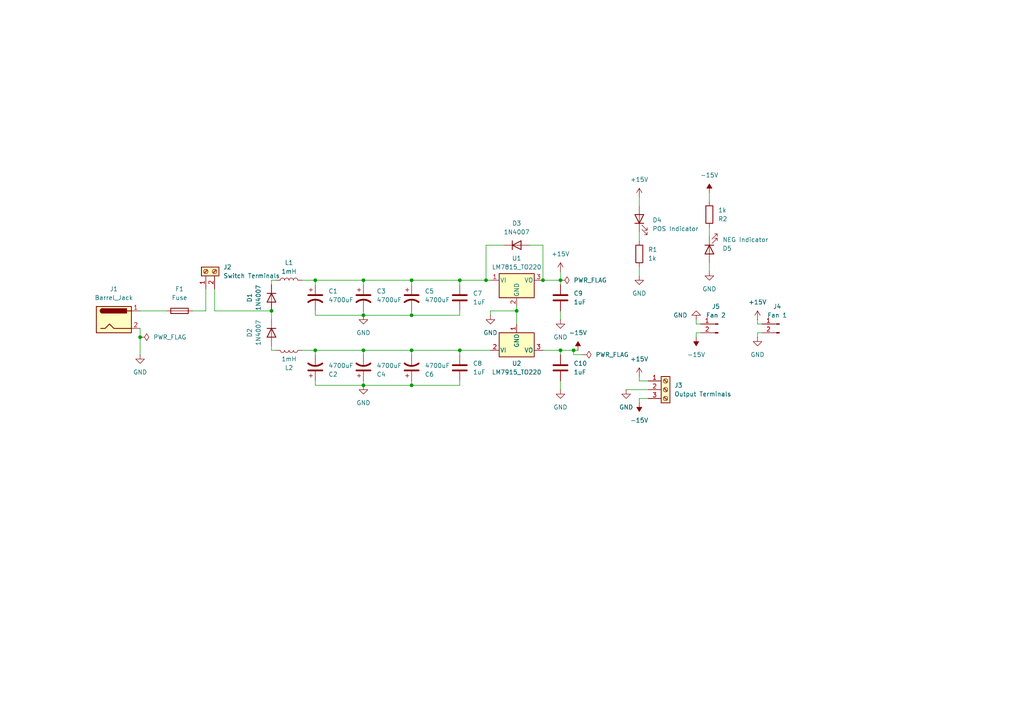
<source format=kicad_sch>
(kicad_sch (version 20250114) (generator "eeschema") (generator_version "9.0")
  (paper "A4")
  (lib_symbols
    (symbol "Connector:Barrel_Jack" (pin_names (offset 1.016))
      (property "Reference" "J" (at 0 5.334 0))
      (property "Value" "Barrel_Jack" (at 0 -5.08 0))
      (symbol "Barrel_Jack_0_1"
        (rectangle (start -5.08 3.81) (end 5.08 -3.81) (stroke (width 0.254)) (fill (type background)))
        (polyline (pts (xy -3.81 -2.54) (xy -2.54 -2.54) (xy -1.27 -1.27) (xy 0 -2.54) (xy 2.54 -2.54) (xy 5.08 -2.54)) (stroke (width 0.254)))
        (arc (start -3.302 1.905) (mid -3.9343 2.54) (end -3.302 3.175) (stroke (width 0.254)))
        (arc (start -3.302 1.905) (mid -3.9343 2.54) (end -3.302 3.175) (stroke (width 0.254)) (fill (type outline)))
        (rectangle (start 3.683 3.175) (end -3.302 1.905) (stroke (width 0.254)) (fill (type outline)))
        (polyline (pts (xy 5.08 2.54) (xy 3.81 2.54)) (stroke (width 0.254)))
      )
      (symbol "Barrel_Jack_1_1"
        (pin passive line (at 7.62 2.54 180) (length 2.54) (name "~") (number "1"))
        (pin passive line (at 7.62 -2.54 180) (length 2.54) (name "~") (number "2"))
      )
    )
    (symbol "Connector:Conn_01x02_Pin" (pin_names (offset 1.016) (hide yes))
      (property "Reference" "J" (at 0 2.54 0))
      (property "Value" "Conn_01x02_Pin" (at 0 -5.08 0))
      (symbol "Conn_01x02_Pin_1_1"
        (rectangle (start 0.8636 0.127) (end 0 -0.127) (stroke (width 0.1524)) (fill (type outline)))
        (rectangle (start 0.8636 -2.413) (end 0 -2.667) (stroke (width 0.1524)) (fill (type outline)))
        (polyline (pts (xy 1.27 0) (xy 0.8636 0)) (stroke (width 0.1524)))
        (polyline (pts (xy 1.27 -2.54) (xy 0.8636 -2.54)) (stroke (width 0.1524)))
        (pin passive line (at 5.08 0 180) (length 3.81) (name "Pin_1") (number "1"))
        (pin passive line (at 5.08 -2.54 180) (length 3.81) (name "Pin_2") (number "2"))
      )
    )
    (symbol "Connector:Screw_Terminal_01x02" (pin_names (offset 1.016) (hide yes))
      (property "Reference" "J" (at 0 2.54 0))
      (property "Value" "Screw_Terminal_01x02" (at 0 -5.08 0))
      (symbol "Screw_Terminal_01x02_1_1"
        (rectangle (start -1.27 1.27) (end 1.27 -3.81) (stroke (width 0.254)) (fill (type background)))
        (polyline (pts (xy -0.5334 0.3302) (xy 0.3302 -0.508)) (stroke (width 0.1524)))
        (polyline (pts (xy -0.5334 -2.2098) (xy 0.3302 -3.048)) (stroke (width 0.1524)))
        (polyline (pts (xy -0.3556 0.508) (xy 0.508 -0.3302)) (stroke (width 0.1524)))
        (polyline (pts (xy -0.3556 -2.032) (xy 0.508 -2.8702)) (stroke (width 0.1524)))
        (circle (center 0 0) (radius 0.635) (stroke (width 0.1524)))
        (circle (center 0 -2.54) (radius 0.635) (stroke (width 0.1524)))
        (pin passive line (at -5.08 0 0) (length 3.81) (name "Pin_1") (number "1"))
        (pin passive line (at -5.08 -2.54 0) (length 3.81) (name "Pin_2") (number "2"))
      )
    )
    (symbol "Connector:Screw_Terminal_01x03" (pin_names (offset 1.016) (hide yes))
      (property "Reference" "J" (at 0 5.08 0))
      (property "Value" "Screw_Terminal_01x03" (at 0 -5.08 0))
      (symbol "Screw_Terminal_01x03_1_1"
        (rectangle (start -1.27 3.81) (end 1.27 -3.81) (stroke (width 0.254)) (fill (type background)))
        (polyline (pts (xy -0.5334 2.8702) (xy 0.3302 2.032)) (stroke (width 0.1524)))
        (polyline (pts (xy -0.5334 0.3302) (xy 0.3302 -0.508)) (stroke (width 0.1524)))
        (polyline (pts (xy -0.5334 -2.2098) (xy 0.3302 -3.048)) (stroke (width 0.1524)))
        (polyline (pts (xy -0.3556 3.048) (xy 0.508 2.2098)) (stroke (width 0.1524)))
        (polyline (pts (xy -0.3556 0.508) (xy 0.508 -0.3302)) (stroke (width 0.1524)))
        (polyline (pts (xy -0.3556 -2.032) (xy 0.508 -2.8702)) (stroke (width 0.1524)))
        (circle (center 0 2.54) (radius 0.635) (stroke (width 0.1524)))
        (circle (center 0 0) (radius 0.635) (stroke (width 0.1524)))
        (circle (center 0 -2.54) (radius 0.635) (stroke (width 0.1524)))
        (pin passive line (at -5.08 2.54 0) (length 3.81) (name "Pin_1") (number "1"))
        (pin passive line (at -5.08 0 0) (length 3.81) (name "Pin_2") (number "2"))
        (pin passive line (at -5.08 -2.54 0) (length 3.81) (name "Pin_3") (number "3"))
      )
    )
    (symbol "Device:C" (pin_numbers (hide yes)) (pin_names (offset 0.254))
      (property "Reference" "C" (at 0.635 2.54 0))
      (property "Value" "C" (at 0.635 -2.54 0))
      (symbol "C_0_1"
        (polyline (pts (xy -2.032 0.762) (xy 2.032 0.762)) (stroke (width 0.508)))
        (polyline (pts (xy -2.032 -0.762) (xy 2.032 -0.762)) (stroke (width 0.508)))
      )
      (symbol "C_1_1"
        (pin passive line (at 0 3.81 270) (length 2.794) (name "~") (number "1"))
        (pin passive line (at 0 -3.81 90) (length 2.794) (name "~") (number "2"))
      )
    )
    (symbol "Device:C_Polarized_US" (pin_numbers (hide yes)) (pin_names (offset 0.254) (hide yes))
      (property "Reference" "C" (at 0.635 2.54 0))
      (property "Value" "C_Polarized_US" (at 0.635 -2.54 0))
      (symbol "C_Polarized_US_0_1"
        (polyline (pts (xy -2.032 0.762) (xy 2.032 0.762)) (stroke (width 0.508)))
        (polyline (pts (xy -1.778 2.286) (xy -0.762 2.286)))
        (polyline (pts (xy -1.27 1.778) (xy -1.27 2.794)))
        (arc (start -2.032 -1.27) (mid 0 -0.5572) (end 2.032 -1.27) (stroke (width 0.508)))
      )
      (symbol "C_Polarized_US_1_1"
        (pin passive line (at 0 3.81 270) (length 2.794) (name "~") (number "1"))
        (pin passive line (at 0 -3.81 90) (length 3.302) (name "~") (number "2"))
      )
    )
    (symbol "Device:Fuse" (pin_numbers (hide yes)) (pin_names (offset 0))
      (property "Reference" "F" (at 2.032 0 90))
      (property "Value" "Fuse" (at -1.905 0 90))
      (symbol "Fuse_0_1"
        (rectangle (start -0.762 -2.54) (end 0.762 2.54) (stroke (width 0.254)))
        (polyline (pts (xy 0 2.54) (xy 0 -2.54)))
      )
      (symbol "Fuse_1_1"
        (pin passive line (at 0 3.81 270) (length 1.27) (name "~") (number "1"))
        (pin passive line (at 0 -3.81 90) (length 1.27) (name "~") (number "2"))
      )
    )
    (symbol "Device:L" (pin_numbers (hide yes)) (pin_names (offset 1.016) (hide yes))
      (property "Reference" "L" (at -1.27 0 90))
      (property "Value" "L" (at 1.905 0 90))
      (symbol "L_0_1"
        (arc (start 0 2.54) (mid 0.6323 1.905) (end 0 1.27))
        (arc (start 0 1.27) (mid 0.6323 0.635) (end 0 0))
        (arc (start 0 0) (mid 0.6323 -0.635) (end 0 -1.27))
        (arc (start 0 -1.27) (mid 0.6323 -1.905) (end 0 -2.54))
      )
      (symbol "L_1_1"
        (pin passive line (at 0 3.81 270) (length 1.27) (name "1") (number "1"))
        (pin passive line (at 0 -3.81 90) (length 1.27) (name "2") (number "2"))
      )
    )
    (symbol "Device:LED" (pin_numbers (hide yes)) (pin_names (offset 1.016) (hide yes))
      (property "Reference" "D" (at 0 2.54 0))
      (property "Value" "LED" (at 0 -2.54 0))
      (symbol "LED_0_1"
        (polyline (pts (xy -3.048 -0.762) (xy -4.572 -2.286) (xy -3.81 -2.286) (xy -4.572 -2.286) (xy -4.572 -1.524)))
        (polyline (pts (xy -1.778 -0.762) (xy -3.302 -2.286) (xy -2.54 -2.286) (xy -3.302 -2.286) (xy -3.302 -1.524)))
        (polyline (pts (xy -1.27 0) (xy 1.27 0)))
        (polyline (pts (xy -1.27 -1.27) (xy -1.27 1.27)) (stroke (width 0.254)))
        (polyline (pts (xy 1.27 -1.27) (xy 1.27 1.27) (xy -1.27 0) (xy 1.27 -1.27)) (stroke (width 0.254)))
      )
      (symbol "LED_1_1"
        (pin passive line (at -3.81 0 0) (length 2.54) (name "K") (number "1"))
        (pin passive line (at 3.81 0 180) (length 2.54) (name "A") (number "2"))
      )
    )
    (symbol "Device:R" (pin_numbers (hide yes)) (pin_names (offset 0))
      (property "Reference" "R" (at 2.032 0 90))
      (property "Value" "R" (at 0 0 90))
      (symbol "R_0_1"
        (rectangle (start -1.016 -2.54) (end 1.016 2.54) (stroke (width 0.254)))
      )
      (symbol "R_1_1"
        (pin passive line (at 0 3.81 270) (length 1.27) (name "~") (number "1"))
        (pin passive line (at 0 -3.81 90) (length 1.27) (name "~") (number "2"))
      )
    )
    (symbol "Diode:1N4007" (pin_numbers (hide yes)) (pin_names (hide yes))
      (property "Reference" "D" (at 0 2.54 0))
      (property "Value" "1N4007" (at 0 -2.54 0))
      (symbol "1N4007_0_1"
        (polyline (pts (xy -1.27 1.27) (xy -1.27 -1.27)) (stroke (width 0.254)))
        (polyline (pts (xy 1.27 1.27) (xy 1.27 -1.27) (xy -1.27 0) (xy 1.27 1.27)) (stroke (width 0.254)))
        (polyline (pts (xy 1.27 0) (xy -1.27 0)))
      )
      (symbol "1N4007_1_1"
        (pin passive line (at -3.81 0 0) (length 2.54) (name "K") (number "1"))
        (pin passive line (at 3.81 0 180) (length 2.54) (name "A") (number "2"))
      )
    )
    (symbol "Regulator_Linear:LM7815_TO220" (pin_names (offset 0.254))
      (property "Reference" "U" (at -3.81 3.175 0))
      (property "Value" "LM7815_TO220" (at 0 3.175 0))
      (symbol "LM7815_TO220_0_1"
        (rectangle (start -5.08 1.905) (end 5.08 -5.08) (stroke (width 0.254)) (fill (type background)))
      )
      (symbol "LM7815_TO220_1_1"
        (pin power_in line (at -7.62 0 0) (length 2.54) (name "VI") (number "1"))
        (pin power_in line (at 0 -7.62 90) (length 2.54) (name "GND") (number "2"))
        (pin power_out line (at 7.62 0 180) (length 2.54) (name "VO") (number "3"))
      )
    )
    (symbol "Regulator_Linear:LM7915_TO220" (pin_names (offset 0.254))
      (property "Reference" "U" (at -3.81 -3.175 0))
      (property "Value" "LM7915_TO220" (at 0 -3.175 0))
      (symbol "LM7915_TO220_0_1"
        (rectangle (start -5.08 5.08) (end 5.08 -1.905) (stroke (width 0.254)) (fill (type background)))
      )
      (symbol "LM7915_TO220_1_1"
        (pin power_in line (at -7.62 0 0) (length 2.54) (name "VI") (number "2"))
        (pin power_in line (at 0 7.62 270) (length 2.54) (name "GND") (number "1"))
        (pin power_out line (at 7.62 0 180) (length 2.54) (name "VO") (number "3"))
      )
    )
    (symbol "power:+15V" (power) (pin_numbers (hide yes)) (pin_names (offset 0) (hide yes))
      (property "Value" "+15V" (at 0 3.556 0))
      (symbol "+15V_0_1"
        (polyline (pts (xy -0.762 1.27) (xy 0 2.54)))
        (polyline (pts (xy 0 2.54) (xy 0.762 1.27)))
        (polyline (pts (xy 0 0) (xy 0 2.54)))
      )
      (symbol "+15V_1_1"
        (pin power_in line (at 0 0 90) (length 0) (name "~") (number "1"))
      )
    )
    (symbol "power:-15V" (power) (pin_numbers (hide yes)) (pin_names (offset 0) (hide yes))
      (property "Value" "-15V" (at 0 3.556 0))
      (symbol "-15V_0_0"
        (pin power_in line (at 0 0 90) (length 0) (name "~") (number "1"))
      )
      (symbol "-15V_0_1"
        (polyline (pts (xy 0 0) (xy 0 1.27) (xy 0.762 1.27) (xy 0 2.54) (xy -0.762 1.27) (xy 0 1.27)) (fill (type outline)))
      )
    )
    (symbol "power:GND" (power) (pin_numbers (hide yes)) (pin_names (offset 0) (hide yes))
      (property "Value" "GND" (at 0 -3.81 0))
      (symbol "GND_0_1"
        (polyline (pts (xy 0 0) (xy 0 -1.27) (xy 1.27 -1.27) (xy 0 -2.54) (xy -1.27 -1.27) (xy 0 -1.27)))
      )
      (symbol "GND_1_1"
        (pin power_in line (at 0 0 270) (length 0) (name "~") (number "1"))
      )
    )
    (symbol "power:PWR_FLAG" (power) (pin_numbers (hide yes)) (pin_names (offset 0) (hide yes))
      (property "Value" "PWR_FLAG" (at 0 3.81 0))
      (symbol "PWR_FLAG_0_0"
        (pin power_out line (at 0 0 90) (length 0) (name "~") (number "1"))
      )
      (symbol "PWR_FLAG_0_1"
        (polyline (pts (xy 0 0) (xy 0 1.27) (xy -1.016 1.905) (xy 0 2.54) (xy 1.016 1.905) (xy 0 1.27)))
      )
    )
  )
  (junction (at 91.44 101.6))
  (junction (at 105.41 81.28))
  (junction (at 105.41 91.44))
  (junction (at 78.74 90.17))
  (junction (at 40.64 97.79))
  (junction (at 149.86 90.17))
  (junction (at 157.48 81.28))
  (junction (at 166.37 101.6))
  (junction (at 162.56 81.28))
  (junction (at 133.35 101.6))
  (junction (at 91.44 81.28))
  (junction (at 119.38 91.44))
  (junction (at 119.38 111.76))
  (junction (at 133.35 81.28))
  (junction (at 162.56 101.6))
  (junction (at 119.38 81.28))
  (junction (at 140.97 81.28))
  (junction (at 119.38 101.6))
  (junction (at 105.41 111.76))
  (junction (at 105.41 101.6))
  (wire (pts (xy 185.42 67.31) (xy 185.42 69.85)))
  (wire (pts (xy 87.63 101.6) (xy 91.44 101.6)))
  (wire (pts (xy 205.74 55.88) (xy 205.74 58.42)))
  (wire (pts (xy 87.63 81.28) (xy 91.44 81.28)))
  (wire (pts (xy 119.38 101.6) (xy 119.38 102.87)))
  (wire (pts (xy 105.41 101.6) (xy 105.41 102.87)))
  (wire (pts (xy 91.44 111.76) (xy 105.41 111.76)))
  (wire (pts (xy 62.23 90.17) (xy 78.74 90.17)))
  (wire (pts (xy 187.96 115.57) (xy 185.42 115.57)))
  (wire (pts (xy 162.56 110.49) (xy 162.56 113.03)))
  (wire (pts (xy 40.64 90.17) (xy 48.26 90.17)))
  (wire (pts (xy 140.97 81.28) (xy 142.24 81.28)))
  (wire (pts (xy 133.35 102.87) (xy 133.35 101.6)))
  (wire (pts (xy 201.93 96.52) (xy 201.93 97.79)))
  (wire (pts (xy 142.24 90.17) (xy 142.24 91.44)))
  (wire (pts (xy 146.05 71.12) (xy 140.97 71.12)))
  (wire (pts (xy 40.64 95.25) (xy 40.64 97.79)))
  (wire (pts (xy 133.35 81.28) (xy 119.38 81.28)))
  (wire (pts (xy 55.88 90.17) (xy 59.69 90.17)))
  (wire (pts (xy 91.44 81.28) (xy 105.41 81.28)))
  (wire (pts (xy 91.44 101.6) (xy 105.41 101.6)))
  (wire (pts (xy 149.86 88.9) (xy 149.86 90.17)))
  (wire (pts (xy 133.35 81.28) (xy 140.97 81.28)))
  (wire (pts (xy 133.35 82.55) (xy 133.35 81.28)))
  (wire (pts (xy 201.93 93.98) (xy 201.93 92.71)))
  (wire (pts (xy 91.44 81.28) (xy 91.44 82.55)))
  (wire (pts (xy 162.56 101.6) (xy 162.56 102.87)))
  (wire (pts (xy 220.98 93.98) (xy 219.71 93.98)))
  (wire (pts (xy 62.23 90.17) (xy 62.23 83.82)))
  (wire (pts (xy 142.24 90.17) (xy 149.86 90.17)))
  (wire (pts (xy 219.71 93.98) (xy 219.71 92.71)))
  (wire (pts (xy 185.42 77.47) (xy 185.42 80.01)))
  (wire (pts (xy 119.38 82.55) (xy 119.38 81.28)))
  (wire (pts (xy 133.35 111.76) (xy 119.38 111.76)))
  (wire (pts (xy 91.44 110.49) (xy 91.44 111.76)))
  (wire (pts (xy 162.56 101.6) (xy 166.37 101.6)))
  (wire (pts (xy 91.44 90.17) (xy 91.44 91.44)))
  (wire (pts (xy 219.71 96.52) (xy 219.71 97.79)))
  (wire (pts (xy 78.74 101.6) (xy 80.01 101.6)))
  (wire (pts (xy 220.98 96.52) (xy 219.71 96.52)))
  (wire (pts (xy 105.41 91.44) (xy 119.38 91.44)))
  (wire (pts (xy 168.91 102.87) (xy 166.37 102.87)))
  (wire (pts (xy 78.74 81.28) (xy 80.01 81.28)))
  (wire (pts (xy 105.41 90.17) (xy 105.41 91.44)))
  (wire (pts (xy 40.64 97.79) (xy 40.64 102.87)))
  (wire (pts (xy 149.86 90.17) (xy 149.86 93.98)))
  (wire (pts (xy 105.41 111.76) (xy 119.38 111.76)))
  (wire (pts (xy 203.2 93.98) (xy 201.93 93.98)))
  (wire (pts (xy 78.74 90.17) (xy 78.74 92.71)))
  (wire (pts (xy 181.61 113.03) (xy 187.96 113.03)))
  (wire (pts (xy 157.48 71.12) (xy 153.67 71.12)))
  (wire (pts (xy 157.48 101.6) (xy 162.56 101.6)))
  (wire (pts (xy 91.44 91.44) (xy 105.41 91.44)))
  (wire (pts (xy 166.37 101.6) (xy 167.64 101.6)))
  (wire (pts (xy 185.42 115.57) (xy 185.42 116.84)))
  (wire (pts (xy 185.42 110.49) (xy 185.42 109.22)))
  (wire (pts (xy 187.96 110.49) (xy 185.42 110.49)))
  (wire (pts (xy 185.42 57.15) (xy 185.42 59.69)))
  (wire (pts (xy 91.44 101.6) (xy 91.44 102.87)))
  (wire (pts (xy 119.38 101.6) (xy 133.35 101.6)))
  (wire (pts (xy 133.35 110.49) (xy 133.35 111.76)))
  (wire (pts (xy 133.35 91.44) (xy 133.35 90.17)))
  (wire (pts (xy 205.74 66.04) (xy 205.74 68.58)))
  (wire (pts (xy 157.48 81.28) (xy 157.48 71.12)))
  (wire (pts (xy 59.69 83.82) (xy 59.69 90.17)))
  (wire (pts (xy 119.38 110.49) (xy 119.38 111.76)))
  (wire (pts (xy 162.56 82.55) (xy 162.56 81.28)))
  (wire (pts (xy 105.41 82.55) (xy 105.41 81.28)))
  (wire (pts (xy 205.74 76.2) (xy 205.74 78.74)))
  (wire (pts (xy 140.97 71.12) (xy 140.97 81.28)))
  (wire (pts (xy 203.2 96.52) (xy 201.93 96.52)))
  (wire (pts (xy 162.56 78.74) (xy 162.56 81.28)))
  (wire (pts (xy 78.74 82.55) (xy 78.74 81.28)))
  (wire (pts (xy 162.56 81.28) (xy 157.48 81.28)))
  (wire (pts (xy 105.41 110.49) (xy 105.41 111.76)))
  (wire (pts (xy 133.35 91.44) (xy 119.38 91.44)))
  (wire (pts (xy 105.41 101.6) (xy 119.38 101.6)))
  (wire (pts (xy 78.74 100.33) (xy 78.74 101.6)))
  (wire (pts (xy 119.38 90.17) (xy 119.38 91.44)))
  (wire (pts (xy 119.38 81.28) (xy 105.41 81.28)))
  (wire (pts (xy 133.35 101.6) (xy 142.24 101.6)))
  (wire (pts (xy 166.37 102.87) (xy 166.37 101.6)))
  (wire (pts (xy 162.56 90.17) (xy 162.56 92.71)))
  (symbol (lib_id "power:GND") (at 162.56 92.71 0) (unit 1)
    (property "Reference" "#PWR06" (effects (hide yes)))
    (property "Value" "GND" (at 162.56 97.79 0))
    (property "Description" "Power symbol creates a global label with name \"GND\" , ground" (effects (hide yes)))
  )
  (symbol (lib_id "Device:C") (at 162.56 106.68 0) (unit 1)
    (property "Reference" "C10" (at 166.37 105.4099 0) (effects (justify left)))
    (property "Value" "1uF" (at 166.37 107.9499 0) (effects (justify left)))
    (property "Footprint" "Capacitor_THT:C_Disc_D5.0mm_W2.5mm_P5.00mm" (effects (hide yes)))
    (property "Description" "Unpolarized capacitor" (effects (hide yes)))
    (property "Part No." "399-9886-1-ND" (effects (hide yes)))
    (property "Link" "https://www.digikey.com/en/products/detail/kemet/C330C105K5R5TA7301/3726162" (effects (hide yes)))
  )
  (symbol (lib_id "Device:Fuse") (at 52.07 90.17 270) (unit 1)
    (property "Reference" "F1" (at 52.07 83.82 90))
    (property "Value" "Fuse" (at 52.07 86.36 90))
    (property "Footprint" "Fuse:Fuseholder_Clip-5x20mm_Littelfuse_100_Inline_P20.50x4.60mm_D1.30mm_Horizontal" (effects (hide yes)))
    (property "Description" "Fuse" (effects (hide yes)))
    (property "Part No." "F6094-ND" (effects (hide yes)))
    (property "Link" "https://www.digikey.com/en/products/detail/littelfuse-inc/0PTF0078P/3427168" (effects (hide yes)))
  )
  (symbol (lib_id "power:GND") (at 201.93 92.71 0) (mirror x) (unit 1)
    (property "Reference" "#PWR012" (effects (hide yes)))
    (property "Value" "GND" (at 199.39 91.4399 0) (effects (justify right)))
    (property "Description" "Power symbol creates a global label with name \"GND\" , ground" (effects (hide yes)))
  )
  (symbol (lib_id "Device:L") (at 83.82 81.28 90) (unit 1)
    (property "Reference" "L1" (at 83.82 76.2 90))
    (property "Value" "1mH" (at 83.82 78.74 90))
    (property "Footprint" "Inductor_THT:L_Toroid_Vertical_L21.6mm_W11.4mm_P7.62mm_Pulse_KM-3" (effects (hide yes)))
    (property "Description" "Inductor" (effects (hide yes)))
    (property "Part No." "M8863-ND" (effects (hide yes)))
    (property "Link" "https://www.digikey.com/en/products/detail/bourns-inc/2124-V-RC/775402" (effects (hide yes)))
  )
  (symbol (lib_id "Device:C") (at 133.35 106.68 0) (unit 1)
    (property "Reference" "C8" (at 137.16 105.4099 0) (effects (justify left)))
    (property "Value" "1uF" (at 137.16 107.9499 0) (effects (justify left)))
    (property "Footprint" "Capacitor_THT:C_Disc_D5.0mm_W2.5mm_P5.00mm" (effects (hide yes)))
    (property "Description" "Unpolarized capacitor" (effects (hide yes)))
    (property "Part No." "399-9886-1-ND" (effects (hide yes)))
    (property "Link" "https://www.digikey.com/en/products/detail/kemet/C330C105K5R5TA7301/3726162" (effects (hide yes)))
  )
  (symbol (lib_id "Device:C_Polarized_US") (at 91.44 86.36 0) (unit 1)
    (property "Reference" "C1" (at 95.25 84.4549 0) (effects (justify left)))
    (property "Value" "4700uF" (at 95.25 86.9949 0) (effects (justify left)))
    (property "Footprint" "Capacitor_THT:CP_Radial_D18.0mm_P7.50mm" (effects (hide yes)))
    (property "Description" "Polarized capacitor, US symbol" (effects (hide yes)))
    (property "Part No." "1189-1397-ND" (effects (hide yes)))
    (property "Link" "https://www.digikey.com/en/products/detail/rubycon/50PK4700MEFC18X40/3134353" (effects (hide yes)))
  )
  (symbol (lib_id "Device:L") (at 83.82 101.6 90) (mirror x) (unit 1)
    (property "Reference" "L2" (at 83.82 106.68 90))
    (property "Value" "1mH" (at 83.82 104.14 90))
    (property "Footprint" "Inductor_THT:L_Toroid_Vertical_L21.6mm_W11.4mm_P7.62mm_Pulse_KM-3" (effects (hide yes)))
    (property "Description" "Inductor" (effects (hide yes)))
    (property "Part No." "M8863-ND" (effects (hide yes)))
    (property "Link" "https://www.digikey.com/en/products/detail/bourns-inc/2124-V-RC/775402" (effects (hide yes)))
  )
  (symbol (lib_id "Connector:Screw_Terminal_01x02") (at 59.69 78.74 90) (unit 1)
    (property "Reference" "J2" (at 64.77 77.4699 90) (effects (justify right)))
    (property "Value" "Switch Terminals" (at 64.77 80.0099 90) (effects (justify right)))
    (property "Footprint" "TerminalBlock_TE-Connectivity:TerminalBlock_TE_282834-2_1x02_P2.54mm_Horizontal" (effects (hide yes)))
    (property "Description" "Generic screw terminal, single row, 01x02, script generated (kicad-library-utils/schlib/autogen/connector/)" (effects (hide yes)))
    (property "Part No." "A98333-ND" (effects (hide yes)))
    (property "Link" "https://www.digikey.com/en/products/detail/te-connectivity-amp-connectors/282834-2/1150135" (effects (hide yes)))
  )
  (symbol (lib_id "power:-15V") (at 201.93 97.79 0) (mirror x) (unit 1)
    (property "Reference" "#PWR09" (effects (hide yes)))
    (property "Value" "-15V" (at 201.93 102.87 0))
    (property "Description" "Power symbol creates a global label with name \"-15V\"" (effects (hide yes)))
  )
  (symbol (lib_id "Connector:Conn_01x02_Pin") (at 226.06 93.98 0) (mirror y) (unit 1)
    (property "Reference" "J4" (at 225.425 88.9 0))
    (property "Value" "Fan 1" (at 225.425 91.44 0))
    (property "Footprint" "Connector_PinHeader_2.54mm:PinHeader_1x02_P2.54mm_Vertical" (effects (hide yes)))
    (property "Description" "Generic connector, single row, 01x02, script generated" (effects (hide yes)))
    (property "Part No." "952-2262-ND" (effects (hide yes)))
    (property "Link" "https://www.digikey.com/en/products/detail/harwin-inc/M20-9990246/3728226" (effects (hide yes)))
  )
  (symbol (lib_id "Regulator_Linear:LM7815_TO220") (at 149.86 81.28 0) (unit 1)
    (property "Reference" "U1" (at 149.86 74.93 0))
    (property "Value" "LM7815_TO220" (at 149.86 77.47 0))
    (property "Footprint" "Package_TO_SOT_THT:TO-220-3_Vertical" (effects (hide yes)))
    (property "Datasheet" "https://www.onsemi.cn/PowerSolutions/document/MC7800-D.PDF" (effects (hide yes)))
    (property "Description" "Positive 1A 35V Linear Regulator, Fixed Output 15V, TO-220" (effects (hide yes)))
    (property "Part No." "296-44418-5-ND" (effects (hide yes)))
    (property "Link" "https://www.digikey.com/en/products/detail/texas-instruments/LM7815CT-NOPB/3901976" (effects (hide yes)))
  )
  (symbol (lib_id "Connector:Conn_01x02_Pin") (at 208.28 93.98 0) (mirror y) (unit 1)
    (property "Reference" "J5" (at 207.645 88.9 0))
    (property "Value" "Fan 2" (at 207.645 91.44 0))
    (property "Footprint" "Connector_PinHeader_2.54mm:PinHeader_1x02_P2.54mm_Vertical" (effects (hide yes)))
    (property "Description" "Generic connector, single row, 01x02, script generated" (effects (hide yes)))
    (property "Part No." "952-2262-ND" (effects (hide yes)))
    (property "Link" "https://www.digikey.com/en/products/detail/harwin-inc/M20-9990246/3728226" (effects (hide yes)))
  )
  (symbol (lib_id "Regulator_Linear:LM7915_TO220") (at 149.86 101.6 0) (unit 1)
    (property "Reference" "U2" (at 149.86 105.41 0))
    (property "Value" "LM7915_TO220" (at 149.86 107.95 0))
    (property "Footprint" "Package_TO_SOT_THT:TO-220-3_Vertical" (effects (hide yes)))
    (property "Datasheet" "https://www.onsemi.com/pub/Collateral/MC7900-D.PDF" (effects (hide yes)))
    (property "Description" "Negative 1A 35V Linear Regulator, Fixed Output 15V, TO-220" (effects (hide yes)))
    (property "Part No." "LM7915CT/NOPB-ND" (effects (hide yes)))
    (property "Link" "https://www.digikey.com/en/products/detail/texas-instruments/LM7915CT-NOPB/6357" (effects (hide yes)))
  )
  (symbol (lib_id "power:GND") (at 105.41 111.76 0) (unit 1)
    (property "Reference" "#PWR03" (effects (hide yes)))
    (property "Value" "GND" (at 105.41 116.84 0))
    (property "Description" "Power symbol creates a global label with name \"GND\" , ground" (effects (hide yes)))
  )
  (symbol (lib_id "Device:C_Polarized_US") (at 119.38 86.36 0) (unit 1)
    (property "Reference" "C5" (at 123.19 84.4549 0) (effects (justify left)))
    (property "Value" "4700uF" (at 123.19 86.9949 0) (effects (justify left)))
    (property "Footprint" "Capacitor_THT:CP_Radial_D18.0mm_P7.50mm" (effects (hide yes)))
    (property "Description" "Polarized capacitor, US symbol" (effects (hide yes)))
    (property "Part No." "1189-1397-ND" (effects (hide yes)))
    (property "Link" "https://www.digikey.com/en/products/detail/rubycon/50PK4700MEFC18X40/3134353" (effects (hide yes)))
  )
  (symbol (lib_id "Device:LED") (at 205.74 72.39 90) (mirror x) (unit 1)
    (property "Reference" "D5" (at 209.55 72.0726 90) (effects (justify right)))
    (property "Value" "NEG Indicator" (at 209.55 69.5326 90) (effects (justify right)))
    (property "Footprint" "LED_THT:LED_D5.0mm" (effects (hide yes)))
    (property "Description" "Light emitting diode" (effects (hide yes)))
    (property "Sim.Pins" "1=K 2=A" (effects (hide yes)))
    (property "Part No." "732-5016-ND" (effects (hide yes)))
    (property "Link" "https://www.digikey.com/en/products/detail/w%C3%BCrth-elektronik/151051RS11000/4490012" (effects (hide yes)))
  )
  (symbol (lib_id "power:-15V") (at 167.64 101.6 0) (unit 1)
    (property "Reference" "#PWR014" (effects (hide yes)))
    (property "Value" "-15V" (at 167.64 96.52 0))
    (property "Description" "Power symbol creates a global label with name \"-15V\"" (effects (hide yes)))
  )
  (symbol (lib_id "Connector:Screw_Terminal_01x03") (at 193.04 113.03 0) (unit 1)
    (property "Reference" "J3" (at 195.58 111.7599 0) (effects (justify left)))
    (property "Value" "Output Terminals" (at 195.58 114.2999 0) (effects (justify left)))
    (property "Footprint" "TerminalBlock_TE-Connectivity:TerminalBlock_TE_282834-3_1x03_P2.54mm_Horizontal" (effects (hide yes)))
    (property "Description" "Generic screw terminal, single row, 01x03, script generated (kicad-library-utils/schlib/autogen/connector/)" (effects (hide yes)))
    (property "Part No." "A98334-ND" (effects (hide yes)))
    (property "Link" "https://www.digikey.com/en/products/detail/te-connectivity-amp-connectors/282834-3/1153264" (effects (hide yes)))
  )
  (symbol (lib_id "Connector:Barrel_Jack") (at 33.02 92.71 0) (unit 1)
    (property "Reference" "J1" (at 33.02 83.82 0))
    (property "Value" "Barrel_Jack" (at 33.02 86.36 0))
    (property "Footprint" "Connector_BarrelJack:BarrelJack_Horizontal" (effects (hide yes)))
    (property "Description" "DC Barrel Jack" (effects (hide yes)))
  )
  (symbol (lib_id "power:+15V") (at 185.42 109.22 0) (unit 1)
    (property "Reference" "#PWR013" (effects (hide yes)))
    (property "Value" "+15V" (at 185.42 104.14 0))
    (property "Description" "Power symbol creates a global label with name \"+15V\"" (effects (hide yes)))
  )
  (symbol (lib_id "power:GND") (at 205.74 78.74 0) (unit 1)
    (property "Reference" "#PWR019" (effects (hide yes)))
    (property "Value" "GND" (at 205.74 83.82 0))
    (property "Description" "Power symbol creates a global label with name \"GND\" , ground" (effects (hide yes)))
  )
  (symbol (lib_id "power:PWR_FLAG") (at 162.56 81.28 270) (unit 1)
    (property "Reference" "#FLG01" (effects (hide yes)))
    (property "Value" "PWR_FLAG" (at 166.37 81.2799 90) (effects (justify left)))
    (property "Description" "Special symbol for telling ERC where power comes from" (effects (hide yes)))
  )
  (symbol (lib_id "power:GND") (at 219.71 97.79 0) (unit 1)
    (property "Reference" "#PWR015" (effects (hide yes)))
    (property "Value" "GND" (at 219.71 102.87 0))
    (property "Description" "Power symbol creates a global label with name \"GND\" , ground" (effects (hide yes)))
  )
  (symbol (lib_id "power:+15V") (at 219.71 92.71 0) (unit 1)
    (property "Reference" "#PWR010" (effects (hide yes)))
    (property "Value" "+15V" (at 219.71 87.63 0))
    (property "Description" "Power symbol creates a global label with name \"+15V\"" (effects (hide yes)))
  )
  (symbol (lib_id "Device:C_Polarized_US") (at 105.41 86.36 0) (unit 1)
    (property "Reference" "C3" (at 109.22 84.4549 0) (effects (justify left)))
    (property "Value" "4700uF" (at 109.22 86.9949 0) (effects (justify left)))
    (property "Footprint" "Capacitor_THT:CP_Radial_D18.0mm_P7.50mm" (effects (hide yes)))
    (property "Description" "Polarized capacitor, US symbol" (effects (hide yes)))
    (property "Part No." "1189-1397-ND" (effects (hide yes)))
    (property "Link" "https://www.digikey.com/en/products/detail/rubycon/50PK4700MEFC18X40/3134353" (effects (hide yes)))
  )
  (symbol (lib_id "power:GND") (at 142.24 91.44 0) (unit 1)
    (property "Reference" "#PWR04" (effects (hide yes)))
    (property "Value" "GND" (at 142.24 96.52 0))
    (property "Description" "Power symbol creates a global label with name \"GND\" , ground" (effects (hide yes)))
  )
  (symbol (lib_id "Diode:1N4007") (at 78.74 86.36 90) (mirror x) (unit 1)
    (property "Reference" "D1" (at 72.39 86.36 0))
    (property "Value" "1N4007" (at 74.93 86.36 0))
    (property "Footprint" "Diode_THT:D_DO-41_SOD81_P10.16mm_Horizontal" (effects (hide yes)))
    (property "Datasheet" "http://www.vishay.com/docs/88503/1n4001.pdf" (effects (hide yes)))
    (property "Description" "1000V 1A General Purpose Rectifier Diode, DO-41" (effects (hide yes)))
    (property "Sim.Device" "D" (effects (hide yes)))
    (property "Sim.Pins" "1=K 2=A" (effects (hide yes)))
    (property "Part No." "4878-1N4007CT-ND" (effects (hide yes)))
    (property "Link" "https://www.digikey.com/en/products/detail/diotec-semiconductor/1N4007/18833652" (effects (hide yes)))
  )
  (symbol (lib_id "power:GND") (at 181.61 113.03 0) (unit 1)
    (property "Reference" "#PWR011" (effects (hide yes)))
    (property "Value" "GND" (at 181.61 118.11 0))
    (property "Description" "Power symbol creates a global label with name \"GND\" , ground" (effects (hide yes)))
  )
  (symbol (lib_id "Device:R") (at 205.74 62.23 0) (mirror x) (unit 1)
    (property "Reference" "R2" (at 208.28 63.5001 0) (effects (justify left)))
    (property "Value" "1k" (at 208.28 60.9601 0) (effects (justify left)))
    (property "Footprint" "Resistor_THT:R_Axial_DIN0207_L6.3mm_D2.5mm_P7.62mm_Horizontal" (effects (hide yes)))
    (property "Description" "Resistor" (effects (hide yes)))
    (property "Part No." "CF12JT1K00CT-ND" (effects (hide yes)))
    (property "Link" "https://www.digikey.com/en/products/detail/stackpole-electronics-inc/CF12JT1K00/1741062" (effects (hide yes)))
  )
  (symbol (lib_id "power:GND") (at 185.42 80.01 0) (unit 1)
    (property "Reference" "#PWR016" (effects (hide yes)))
    (property "Value" "GND" (at 185.42 85.09 0))
    (property "Description" "Power symbol creates a global label with name \"GND\" , ground" (effects (hide yes)))
  )
  (symbol (lib_id "power:GND") (at 105.41 91.44 0) (unit 1)
    (property "Reference" "#PWR01" (effects (hide yes)))
    (property "Value" "GND" (at 105.41 96.52 0))
    (property "Description" "Power symbol creates a global label with name \"GND\" , ground" (effects (hide yes)))
  )
  (symbol (lib_id "power:GND") (at 162.56 113.03 0) (unit 1)
    (property "Reference" "#PWR05" (effects (hide yes)))
    (property "Value" "GND" (at 162.56 118.11 0))
    (property "Description" "Power symbol creates a global label with name \"GND\" , ground" (effects (hide yes)))
  )
  (symbol (lib_id "Device:R") (at 185.42 73.66 0) (unit 1)
    (property "Reference" "R1" (at 187.96 72.3899 0) (effects (justify left)))
    (property "Value" "1k" (at 187.96 74.9299 0) (effects (justify left)))
    (property "Footprint" "Resistor_THT:R_Axial_DIN0207_L6.3mm_D2.5mm_P7.62mm_Horizontal" (effects (hide yes)))
    (property "Description" "Resistor" (effects (hide yes)))
    (property "Part No." "CF12JT1K00CT-ND" (effects (hide yes)))
    (property "Link" "https://www.digikey.com/en/products/detail/stackpole-electronics-inc/CF12JT1K00/1741062" (effects (hide yes)))
  )
  (symbol (lib_id "power:PWR_FLAG") (at 40.64 97.79 270) (unit 1)
    (property "Reference" "#FLG03" (effects (hide yes)))
    (property "Value" "PWR_FLAG" (at 44.45 97.7899 90) (effects (justify left)))
    (property "Description" "Special symbol for telling ERC where power comes from" (effects (hide yes)))
  )
  (symbol (lib_id "Device:C") (at 162.56 86.36 0) (unit 1)
    (property "Reference" "C9" (at 166.37 85.0899 0) (effects (justify left)))
    (property "Value" "1uF" (at 166.37 87.6299 0) (effects (justify left)))
    (property "Footprint" "Capacitor_THT:C_Disc_D5.0mm_W2.5mm_P5.00mm" (effects (hide yes)))
    (property "Description" "Unpolarized capacitor" (effects (hide yes)))
    (property "Part No." "399-9886-1-ND" (effects (hide yes)))
    (property "Link" "https://www.digikey.com/en/products/detail/kemet/C330C105K5R5TA7301/3726162" (effects (hide yes)))
  )
  (symbol (lib_id "Device:C_Polarized_US") (at 105.41 106.68 0) (mirror x) (unit 1)
    (property "Reference" "C4" (at 109.22 108.5851 0) (effects (justify left)))
    (property "Value" "4700uF" (at 109.22 106.0451 0) (effects (justify left)))
    (property "Footprint" "Capacitor_THT:CP_Radial_D18.0mm_P7.50mm" (effects (hide yes)))
    (property "Description" "Polarized capacitor, US symbol" (effects (hide yes)))
    (property "Part No." "1189-1397-ND" (effects (hide yes)))
    (property "Link" "https://www.digikey.com/en/products/detail/rubycon/50PK4700MEFC18X40/3134353" (effects (hide yes)))
  )
  (symbol (lib_id "Device:C") (at 133.35 86.36 0) (unit 1)
    (property "Reference" "C7" (at 137.16 85.0899 0) (effects (justify left)))
    (property "Value" "1uF" (at 137.16 87.6299 0) (effects (justify left)))
    (property "Footprint" "Capacitor_THT:C_Disc_D5.0mm_W2.5mm_P5.00mm" (effects (hide yes)))
    (property "Description" "Unpolarized capacitor" (effects (hide yes)))
    (property "Part No." "399-9886-1-ND" (effects (hide yes)))
    (property "Link" "https://www.digikey.com/en/products/detail/kemet/C330C105K5R5TA7301/3726162" (effects (hide yes)))
  )
  (symbol (lib_id "power:-15V") (at 185.42 116.84 0) (mirror x) (unit 1)
    (property "Reference" "#PWR018" (effects (hide yes)))
    (property "Value" "-15V" (at 185.42 121.92 0))
    (property "Description" "Power symbol creates a global label with name \"-15V\"" (effects (hide yes)))
  )
  (symbol (lib_id "power:GND") (at 40.64 102.87 0) (unit 1)
    (property "Reference" "#PWR02" (effects (hide yes)))
    (property "Value" "GND" (at 40.64 107.95 0))
    (property "Description" "Power symbol creates a global label with name \"GND\" , ground" (effects (hide yes)))
  )
  (symbol (lib_id "power:PWR_FLAG") (at 168.91 102.87 270) (unit 1)
    (property "Reference" "#FLG02" (effects (hide yes)))
    (property "Value" "PWR_FLAG" (at 172.72 102.8699 90) (effects (justify left)))
    (property "Description" "Special symbol for telling ERC where power comes from" (effects (hide yes)))
  )
  (symbol (lib_id "power:-15V") (at 205.74 55.88 0) (unit 1)
    (property "Reference" "#PWR017" (effects (hide yes)))
    (property "Value" "-15V" (at 205.74 50.8 0))
    (property "Description" "Power symbol creates a global label with name \"-15V\"" (effects (hide yes)))
  )
  (symbol (lib_id "power:+15V") (at 162.56 78.74 0) (unit 1)
    (property "Reference" "#PWR07" (effects (hide yes)))
    (property "Value" "+15V" (at 162.56 73.66 0))
    (property "Description" "Power symbol creates a global label with name \"+15V\"" (effects (hide yes)))
  )
  (symbol (lib_id "Diode:1N4007") (at 78.74 96.52 90) (mirror x) (unit 1)
    (property "Reference" "D2" (at 72.39 96.52 0))
    (property "Value" "1N4007" (at 74.93 96.52 0))
    (property "Footprint" "Diode_THT:D_DO-41_SOD81_P10.16mm_Horizontal" (effects (hide yes)))
    (property "Datasheet" "http://www.vishay.com/docs/88503/1n4001.pdf" (effects (hide yes)))
    (property "Description" "1000V 1A General Purpose Rectifier Diode, DO-41" (effects (hide yes)))
    (property "Sim.Device" "D" (effects (hide yes)))
    (property "Sim.Pins" "1=K 2=A" (effects (hide yes)))
    (property "Part No." "4878-1N4007CT-ND" (effects (hide yes)))
    (property "Link" "https://www.digikey.com/en/products/detail/diotec-semiconductor/1N4007/18833652" (effects (hide yes)))
  )
  (symbol (lib_id "power:+15V") (at 185.42 57.15 0) (unit 1)
    (property "Reference" "#PWR08" (effects (hide yes)))
    (property "Value" "+15V" (at 185.42 52.07 0))
    (property "Description" "Power symbol creates a global label with name \"+15V\"" (effects (hide yes)))
  )
  (symbol (lib_id "Device:C_Polarized_US") (at 91.44 106.68 0) (mirror x) (unit 1)
    (property "Reference" "C2" (at 95.25 108.5851 0) (effects (justify left)))
    (property "Value" "4700uF" (at 95.25 106.0451 0) (effects (justify left)))
    (property "Footprint" "Capacitor_THT:CP_Radial_D18.0mm_P7.50mm" (effects (hide yes)))
    (property "Description" "Polarized capacitor, US symbol" (effects (hide yes)))
    (property "Part No." "1189-1397-ND" (effects (hide yes)))
    (property "Link" "https://www.digikey.com/en/products/detail/rubycon/50PK4700MEFC18X40/3134353" (effects (hide yes)))
  )
  (symbol (lib_id "Diode:1N4007") (at 149.86 71.12 0) (unit 1)
    (property "Reference" "D3" (at 149.86 64.77 0))
    (property "Value" "1N4007" (at 149.86 67.31 0))
    (property "Footprint" "Diode_THT:D_DO-41_SOD81_P10.16mm_Horizontal" (effects (hide yes)))
    (property "Datasheet" "http://www.vishay.com/docs/88503/1n4001.pdf" (effects (hide yes)))
    (property "Description" "1000V 1A General Purpose Rectifier Diode, DO-41" (effects (hide yes)))
    (property "Sim.Device" "D" (effects (hide yes)))
    (property "Sim.Pins" "1=K 2=A" (effects (hide yes)))
    (property "Part No." "4878-1N4007CT-ND" (effects (hide yes)))
    (property "Link" "https://www.digikey.com/en/products/detail/diotec-semiconductor/1N4007/18833652" (effects (hide yes)))
  )
  (symbol (lib_id "Device:C_Polarized_US") (at 119.38 106.68 0) (mirror x) (unit 1)
    (property "Reference" "C6" (at 123.19 108.5851 0) (effects (justify left)))
    (property "Value" "4700uF" (at 123.19 106.0451 0) (effects (justify left)))
    (property "Footprint" "Capacitor_THT:CP_Radial_D18.0mm_P7.50mm" (effects (hide yes)))
    (property "Description" "Polarized capacitor, US symbol" (effects (hide yes)))
    (property "Part No." "1189-1397-ND" (effects (hide yes)))
    (property "Link" "https://www.digikey.com/en/products/detail/rubycon/50PK4700MEFC18X40/3134353" (effects (hide yes)))
  )
  (symbol (lib_id "Device:LED") (at 185.42 63.5 90) (unit 1)
    (property "Reference" "D4" (at 189.23 63.8174 90) (effects (justify right)))
    (property "Value" "POS Indicator" (at 189.23 66.3574 90) (effects (justify right)))
    (property "Footprint" "LED_THT:LED_D5.0mm" (effects (hide yes)))
    (property "Description" "Light emitting diode" (effects (hide yes)))
    (property "Sim.Pins" "1=K 2=A" (effects (hide yes)))
    (property "Part No." "732-5016-ND" (effects (hide yes)))
    (property "Link" "https://www.digikey.com/en/products/detail/w%C3%BCrth-elektronik/151051RS11000/4490012" (effects (hide yes)))
  )
)
</source>
